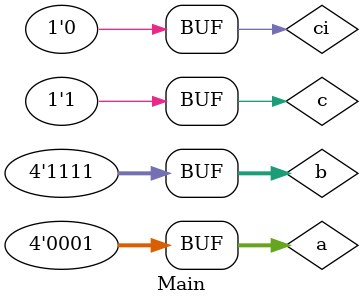
<source format=v>

module fullAdder (output s0, output carryOut, 
                  input x,input y, input carryIn);
						
assign s0 = (x^y)^carryIn;
assign carryOut = (((x^y)&carryIn)|(x&y));

endmodule

module subtrador (output s0, output carryOut, 
                  input x,input y, input carryIn);
						
assign s0 = x^y;
assign carryOut = ((~x|y)&carryIn)|(~x&y);

endmodule

module unir5b(output [4:0] s, input a, input b, input c, input d, input e);
assign s[0] = a;
assign s[1] = b;
assign s[2] = c;
assign s[3] = d;
assign s[4] = e;

endmodule

module seletor5b (output[4:0] s, input[4:0] a, input[4:0] b, input c);
assign s[4] = (a[0]&c)|(b[0]&~c);
assign s[3] = (a[1]&c)|(b[1]&~c);
assign s[2] = (a[2]&c)|(b[2]&~c);
assign s[1] = (a[3]&c)|(b[3]&~c);
assign s[0] = (a[4]&c)|(b[4]&~c);

endmodule

module Main;

reg [3:0]a, b;
reg c, ci;
wire s0, s1, s2, s3, r0, r1, r2, r3;
wire co0, co1, co2, co3, v0, v1, v2, v3;
wire[4:0] j1, j2, j3;

fullAdder A(s0, co0, a[0], b[0], ci);
fullAdder B(s1, co1, a[1], b[1], co0);
fullAdder C(s2, co2, a[2], b[2], co1);
fullAdder D(s3, co3, a[3], b[3], co2);

subtrador A2(r0, v0, a[0], b[0], ci);
subtrador B2(r1, v1, a[1], b[1], v0);
subtrador C2(r2, v2, a[2], b[2], v1);
subtrador D2(r3, v3, a[3], b[3], v2);

unir5b X(j1, co3, s3, s2, s1, s0);
unir5b Y(j2, v3, r3, r2, r1, r0);
seletor5b Z(j3, j2, j1, c); 

initial begin:start 
a=4'b0000; b=4'b0000;
ci=1'b0; c=1'b0;
end

initial begin
$display("Exemplo0031 - Miller - 449048"); 
$display("Somador/Subtrador selecionavel");
$display("");
$monitor("%b + %b = %b", a, b, j3 );

#1	a=4'b0101;	b=4'b1001; 
#1	a=4'b1100;	b=4'b0111;
#1	a=4'b0010;	b=4'b1000;
#1	a=4'b1010;	b=4'b1000;
#1	a=4'b0110;	b=4'b0000;
#1	a=4'b0010;	b=4'b1111;
#1	a=4'b1111;	b=4'b1111;
#1	a=4'b0000;	b=4'b1111;
#1	a=4'b0001;	b=4'b1111;

#2 a=4'b0000;	b=4'b0000; c=1'b1;
$display("");
$monitor("%b - %b = %b", a, b, j3 );

#2	a=4'b0101;	b=4'b1001; 
#2	a=4'b1100;	b=4'b0111;
#2	a=4'b0010;	b=4'b1000;
#2	a=4'b1010;	b=4'b1000;
#2	a=4'b0110;	b=4'b0000;
#2	a=4'b0010;	b=4'b1111;
#2	a=4'b1111;	b=4'b1111;
#2	a=4'b0000;	b=4'b1111;
#2	a=4'b0001;	b=4'b1111;

end
endmodule

</source>
